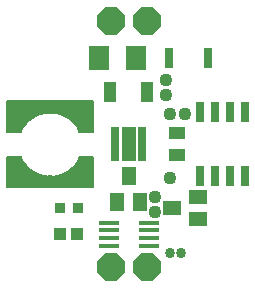
<source format=gts>
G75*
%MOIN*%
%OFA0B0*%
%FSLAX25Y25*%
%IPPOS*%
%LPD*%
%AMOC8*
5,1,8,0,0,1.08239X$1,22.5*
%
%ADD10R,0.05718X0.04143*%
%ADD11R,0.02765X0.06506*%
%ADD12R,0.04537X0.06112*%
%ADD13R,0.02765X0.11624*%
%ADD14R,0.04537X0.11624*%
%ADD15OC8,0.09200*%
%ADD16R,0.05600X0.05600*%
%ADD17C,0.00500*%
%ADD18C,0.00160*%
%ADD19R,0.06899X0.08080*%
%ADD20R,0.04143X0.06899*%
%ADD21R,0.06899X0.01781*%
%ADD22R,0.04340X0.04340*%
%ADD23R,0.03750X0.03750*%
%ADD24R,0.06112X0.04537*%
%ADD25C,0.04362*%
%ADD26C,0.03378*%
D10*
X0140500Y0060510D03*
X0140500Y0067990D03*
D11*
X0148000Y0074880D03*
X0153000Y0074880D03*
X0158000Y0074880D03*
X0163000Y0074880D03*
X0150648Y0093000D03*
X0137852Y0093000D03*
X0148000Y0053620D03*
X0153000Y0053620D03*
X0158000Y0053620D03*
X0163000Y0053620D03*
D12*
X0127990Y0044919D03*
X0120510Y0044919D03*
X0124250Y0053581D03*
D13*
X0119821Y0064250D03*
X0128679Y0064250D03*
D14*
X0124250Y0064250D03*
D15*
X0118250Y0023250D03*
X0130250Y0023250D03*
X0130250Y0105250D03*
X0118250Y0105250D03*
D16*
X0086189Y0076061D03*
X0086189Y0052439D03*
D17*
X0083630Y0049880D02*
X0083630Y0060116D01*
X0088157Y0060116D01*
X0088520Y0058859D01*
X0089074Y0057674D01*
X0089808Y0056590D01*
X0090701Y0055634D01*
X0091733Y0054830D01*
X0092879Y0054197D01*
X0094109Y0053751D01*
X0095394Y0053503D01*
X0096701Y0053459D01*
X0098000Y0053620D01*
X0099306Y0053412D01*
X0100629Y0053420D01*
X0101932Y0053646D01*
X0103181Y0054082D01*
X0104341Y0054717D01*
X0105381Y0055534D01*
X0106273Y0056511D01*
X0106993Y0057621D01*
X0107521Y0058833D01*
X0107843Y0060116D01*
X0112370Y0060116D01*
X0112370Y0049880D01*
X0083630Y0049880D01*
X0083630Y0050158D02*
X0112370Y0050158D01*
X0112370Y0050656D02*
X0083630Y0050656D01*
X0083630Y0051155D02*
X0112370Y0051155D01*
X0112370Y0051653D02*
X0083630Y0051653D01*
X0083630Y0052152D02*
X0112370Y0052152D01*
X0112370Y0052650D02*
X0083630Y0052650D01*
X0083630Y0053149D02*
X0112370Y0053149D01*
X0112370Y0053647D02*
X0101936Y0053647D01*
X0103297Y0054146D02*
X0112370Y0054146D01*
X0112370Y0054644D02*
X0104207Y0054644D01*
X0104882Y0055143D02*
X0112370Y0055143D01*
X0112370Y0055641D02*
X0105478Y0055641D01*
X0105934Y0056140D02*
X0112370Y0056140D01*
X0112370Y0056638D02*
X0106356Y0056638D01*
X0106679Y0057137D02*
X0112370Y0057137D01*
X0112370Y0057635D02*
X0106999Y0057635D01*
X0107216Y0058134D02*
X0112370Y0058134D01*
X0112370Y0058632D02*
X0107433Y0058632D01*
X0107595Y0059131D02*
X0112370Y0059131D01*
X0112370Y0059629D02*
X0107720Y0059629D01*
X0094645Y0053647D02*
X0083630Y0053647D01*
X0083630Y0054146D02*
X0093019Y0054146D01*
X0092069Y0054644D02*
X0083630Y0054644D01*
X0083630Y0055143D02*
X0091331Y0055143D01*
X0090694Y0055641D02*
X0083630Y0055641D01*
X0083630Y0056140D02*
X0090228Y0056140D01*
X0089775Y0056638D02*
X0083630Y0056638D01*
X0083630Y0057137D02*
X0089437Y0057137D01*
X0089100Y0057635D02*
X0083630Y0057635D01*
X0083630Y0058134D02*
X0088859Y0058134D01*
X0088626Y0058632D02*
X0083630Y0058632D01*
X0083630Y0059131D02*
X0088441Y0059131D01*
X0088298Y0059629D02*
X0083630Y0059629D01*
X0083630Y0068384D02*
X0083630Y0078620D01*
X0112370Y0078620D01*
X0112370Y0068384D01*
X0107843Y0068384D01*
X0107480Y0069641D01*
X0106926Y0070826D01*
X0106192Y0071910D01*
X0105299Y0072866D01*
X0104267Y0073670D01*
X0103121Y0074303D01*
X0101891Y0074749D01*
X0100606Y0074997D01*
X0099299Y0075041D01*
X0098000Y0074880D01*
X0096694Y0075088D01*
X0095371Y0075080D01*
X0094068Y0074854D01*
X0092819Y0074418D01*
X0091659Y0073783D01*
X0090619Y0072966D01*
X0089727Y0071989D01*
X0089007Y0070879D01*
X0088479Y0069667D01*
X0088157Y0068384D01*
X0083630Y0068384D01*
X0083630Y0068603D02*
X0088212Y0068603D01*
X0088337Y0069101D02*
X0083630Y0069101D01*
X0083630Y0069600D02*
X0088463Y0069600D01*
X0088667Y0070098D02*
X0083630Y0070098D01*
X0083630Y0070597D02*
X0088884Y0070597D01*
X0089147Y0071095D02*
X0083630Y0071095D01*
X0083630Y0071594D02*
X0089471Y0071594D01*
X0089821Y0072092D02*
X0083630Y0072092D01*
X0083630Y0072591D02*
X0090277Y0072591D01*
X0090777Y0073089D02*
X0083630Y0073089D01*
X0083630Y0073588D02*
X0091411Y0073588D01*
X0092214Y0074086D02*
X0083630Y0074086D01*
X0083630Y0074585D02*
X0093297Y0074585D01*
X0095927Y0075083D02*
X0083630Y0075083D01*
X0083630Y0075582D02*
X0112370Y0075582D01*
X0112370Y0076080D02*
X0083630Y0076080D01*
X0083630Y0076579D02*
X0112370Y0076579D01*
X0112370Y0077077D02*
X0083630Y0077077D01*
X0083630Y0077576D02*
X0112370Y0077576D01*
X0112370Y0078074D02*
X0083630Y0078074D01*
X0083630Y0078573D02*
X0112370Y0078573D01*
X0112370Y0075083D02*
X0096726Y0075083D01*
X0102345Y0074585D02*
X0112370Y0074585D01*
X0112370Y0074086D02*
X0103514Y0074086D01*
X0104373Y0073588D02*
X0112370Y0073588D01*
X0112370Y0073089D02*
X0105012Y0073089D01*
X0105556Y0072591D02*
X0112370Y0072591D01*
X0112370Y0072092D02*
X0106022Y0072092D01*
X0106407Y0071594D02*
X0112370Y0071594D01*
X0112370Y0071095D02*
X0106744Y0071095D01*
X0107033Y0070597D02*
X0112370Y0070597D01*
X0112370Y0070098D02*
X0107266Y0070098D01*
X0107492Y0069600D02*
X0112370Y0069600D01*
X0112370Y0069101D02*
X0107636Y0069101D01*
X0107779Y0068603D02*
X0112370Y0068603D01*
D18*
X0086896Y0059607D02*
X0088223Y0060165D01*
X0088328Y0059927D01*
X0088440Y0059692D01*
X0088556Y0059460D01*
X0088679Y0059231D01*
X0088807Y0059005D01*
X0088941Y0058782D01*
X0089080Y0058562D01*
X0089224Y0058346D01*
X0089374Y0058133D01*
X0089528Y0057924D01*
X0089688Y0057719D01*
X0089853Y0057518D01*
X0090022Y0057321D01*
X0090196Y0057128D01*
X0090375Y0056940D01*
X0090559Y0056756D01*
X0090747Y0056576D01*
X0090939Y0056401D01*
X0091136Y0056231D01*
X0091336Y0056066D01*
X0091541Y0055905D01*
X0091749Y0055750D01*
X0091961Y0055600D01*
X0092177Y0055454D01*
X0092396Y0055315D01*
X0092618Y0055180D01*
X0092844Y0055052D01*
X0093073Y0054928D01*
X0093305Y0054810D01*
X0093539Y0054698D01*
X0093776Y0054592D01*
X0094016Y0054492D01*
X0094258Y0054397D01*
X0094503Y0054308D01*
X0094749Y0054226D01*
X0094997Y0054149D01*
X0095248Y0054079D01*
X0095499Y0054014D01*
X0095753Y0053956D01*
X0096007Y0053904D01*
X0096263Y0053858D01*
X0096520Y0053818D01*
X0096778Y0053785D01*
X0097037Y0053758D01*
X0097296Y0053737D01*
X0097555Y0053723D01*
X0097815Y0053715D01*
X0098075Y0053713D01*
X0098335Y0053718D01*
X0098594Y0053729D01*
X0098854Y0053746D01*
X0099113Y0053770D01*
X0099371Y0053800D01*
X0099628Y0053836D01*
X0099885Y0053878D01*
X0100140Y0053927D01*
X0100394Y0053982D01*
X0100647Y0054043D01*
X0100898Y0054110D01*
X0101147Y0054184D01*
X0101395Y0054263D01*
X0101640Y0054349D01*
X0101883Y0054440D01*
X0102125Y0054537D01*
X0102363Y0054640D01*
X0102599Y0054749D01*
X0102832Y0054864D01*
X0103063Y0054984D01*
X0103290Y0055110D01*
X0103514Y0055242D01*
X0103735Y0055378D01*
X0103953Y0055521D01*
X0104167Y0055668D01*
X0104377Y0055821D01*
X0104584Y0055978D01*
X0104787Y0056141D01*
X0104985Y0056309D01*
X0105180Y0056481D01*
X0105370Y0056658D01*
X0105556Y0056840D01*
X0105738Y0057026D01*
X0105914Y0057217D01*
X0106087Y0057411D01*
X0106254Y0057610D01*
X0106416Y0057813D01*
X0106574Y0058020D01*
X0106726Y0058231D01*
X0106873Y0058445D01*
X0107015Y0058663D01*
X0107151Y0058884D01*
X0107283Y0059108D01*
X0107408Y0059336D01*
X0107528Y0059567D01*
X0107642Y0059800D01*
X0107751Y0060036D01*
X0107854Y0060275D01*
X0109187Y0059732D01*
X0109071Y0059460D01*
X0108948Y0059192D01*
X0108818Y0058927D01*
X0108682Y0058665D01*
X0108540Y0058406D01*
X0108391Y0058151D01*
X0108236Y0057899D01*
X0108075Y0057652D01*
X0107908Y0057408D01*
X0107735Y0057169D01*
X0107557Y0056934D01*
X0107372Y0056703D01*
X0107182Y0056477D01*
X0106987Y0056256D01*
X0106786Y0056039D01*
X0106580Y0055828D01*
X0106369Y0055621D01*
X0106153Y0055420D01*
X0105932Y0055224D01*
X0105707Y0055033D01*
X0105477Y0054848D01*
X0105242Y0054669D01*
X0105003Y0054496D01*
X0104760Y0054328D01*
X0104513Y0054166D01*
X0104262Y0054011D01*
X0104007Y0053861D01*
X0103749Y0053718D01*
X0103487Y0053581D01*
X0103222Y0053451D01*
X0102954Y0053327D01*
X0102683Y0053210D01*
X0102409Y0053099D01*
X0102133Y0052995D01*
X0101854Y0052898D01*
X0101573Y0052808D01*
X0101290Y0052725D01*
X0101005Y0052648D01*
X0100718Y0052579D01*
X0100429Y0052516D01*
X0100139Y0052461D01*
X0099848Y0052413D01*
X0099555Y0052371D01*
X0099262Y0052337D01*
X0098968Y0052311D01*
X0098673Y0052291D01*
X0098378Y0052278D01*
X0098083Y0052273D01*
X0097788Y0052275D01*
X0097493Y0052284D01*
X0097198Y0052301D01*
X0096903Y0052324D01*
X0096610Y0052355D01*
X0096317Y0052393D01*
X0096025Y0052438D01*
X0095734Y0052490D01*
X0095445Y0052549D01*
X0095157Y0052615D01*
X0094871Y0052689D01*
X0094587Y0052769D01*
X0094305Y0052856D01*
X0094025Y0052950D01*
X0093748Y0053051D01*
X0093473Y0053158D01*
X0093200Y0053272D01*
X0092931Y0053393D01*
X0092664Y0053521D01*
X0092401Y0053654D01*
X0092141Y0053795D01*
X0091885Y0053941D01*
X0091632Y0054094D01*
X0091383Y0054253D01*
X0091138Y0054418D01*
X0090898Y0054588D01*
X0090661Y0054765D01*
X0090429Y0054947D01*
X0090201Y0055135D01*
X0089978Y0055329D01*
X0089760Y0055528D01*
X0089546Y0055732D01*
X0089338Y0055941D01*
X0089135Y0056155D01*
X0088937Y0056375D01*
X0088745Y0056599D01*
X0088558Y0056827D01*
X0088376Y0057060D01*
X0088201Y0057298D01*
X0088031Y0057539D01*
X0087867Y0057785D01*
X0087710Y0058035D01*
X0087558Y0058288D01*
X0087413Y0058545D01*
X0087274Y0058806D01*
X0087141Y0059069D01*
X0087015Y0059336D01*
X0086895Y0059606D01*
X0087035Y0059665D01*
X0087153Y0059398D01*
X0087277Y0059135D01*
X0087408Y0058874D01*
X0087546Y0058617D01*
X0087689Y0058363D01*
X0087839Y0058113D01*
X0087994Y0057866D01*
X0088156Y0057624D01*
X0088324Y0057385D01*
X0088497Y0057151D01*
X0088676Y0056921D01*
X0088861Y0056695D01*
X0089051Y0056474D01*
X0089246Y0056257D01*
X0089447Y0056046D01*
X0089652Y0055839D01*
X0089863Y0055638D01*
X0090079Y0055441D01*
X0090299Y0055250D01*
X0090524Y0055065D01*
X0090753Y0054885D01*
X0090987Y0054710D01*
X0091225Y0054542D01*
X0091467Y0054379D01*
X0091712Y0054222D01*
X0091962Y0054071D01*
X0092215Y0053926D01*
X0092472Y0053788D01*
X0092732Y0053656D01*
X0092995Y0053530D01*
X0093261Y0053411D01*
X0093530Y0053298D01*
X0093801Y0053192D01*
X0094075Y0053092D01*
X0094352Y0053000D01*
X0094630Y0052914D01*
X0094911Y0052834D01*
X0095193Y0052762D01*
X0095477Y0052697D01*
X0095763Y0052638D01*
X0096050Y0052587D01*
X0096338Y0052542D01*
X0096627Y0052505D01*
X0096917Y0052475D01*
X0097208Y0052451D01*
X0097499Y0052435D01*
X0097791Y0052426D01*
X0098082Y0052424D01*
X0098374Y0052429D01*
X0098665Y0052442D01*
X0098956Y0052461D01*
X0099246Y0052488D01*
X0099536Y0052521D01*
X0099825Y0052562D01*
X0100112Y0052610D01*
X0100399Y0052664D01*
X0100684Y0052726D01*
X0100967Y0052794D01*
X0101249Y0052870D01*
X0101528Y0052952D01*
X0101806Y0053041D01*
X0102081Y0053137D01*
X0102354Y0053240D01*
X0102625Y0053349D01*
X0102892Y0053465D01*
X0103157Y0053587D01*
X0103418Y0053716D01*
X0103677Y0053851D01*
X0103932Y0053992D01*
X0104183Y0054140D01*
X0104431Y0054293D01*
X0104675Y0054453D01*
X0104915Y0054618D01*
X0105151Y0054790D01*
X0105383Y0054967D01*
X0105610Y0055149D01*
X0105833Y0055338D01*
X0106051Y0055531D01*
X0106264Y0055730D01*
X0106473Y0055934D01*
X0106676Y0056143D01*
X0106874Y0056356D01*
X0107067Y0056575D01*
X0107255Y0056798D01*
X0107437Y0057026D01*
X0107613Y0057258D01*
X0107784Y0057495D01*
X0107949Y0057735D01*
X0108108Y0057979D01*
X0108261Y0058228D01*
X0108408Y0058480D01*
X0108548Y0058735D01*
X0108683Y0058994D01*
X0108811Y0059256D01*
X0108932Y0059521D01*
X0109048Y0059789D01*
X0108908Y0059846D01*
X0108794Y0059581D01*
X0108674Y0059319D01*
X0108548Y0059061D01*
X0108415Y0058805D01*
X0108276Y0058553D01*
X0108131Y0058305D01*
X0107980Y0058060D01*
X0107823Y0057818D01*
X0107660Y0057581D01*
X0107492Y0057347D01*
X0107317Y0057118D01*
X0107138Y0056893D01*
X0106952Y0056673D01*
X0106762Y0056457D01*
X0106566Y0056246D01*
X0106365Y0056040D01*
X0106160Y0055839D01*
X0105949Y0055642D01*
X0105734Y0055451D01*
X0105514Y0055266D01*
X0105289Y0055085D01*
X0105061Y0054911D01*
X0104828Y0054741D01*
X0104591Y0054578D01*
X0104350Y0054420D01*
X0104105Y0054269D01*
X0103857Y0054123D01*
X0103605Y0053984D01*
X0103350Y0053850D01*
X0103092Y0053723D01*
X0102830Y0053603D01*
X0102566Y0053488D01*
X0102299Y0053381D01*
X0102030Y0053279D01*
X0101758Y0053185D01*
X0101484Y0053097D01*
X0101208Y0053015D01*
X0100929Y0052941D01*
X0100650Y0052873D01*
X0100368Y0052812D01*
X0100086Y0052758D01*
X0099802Y0052711D01*
X0099517Y0052671D01*
X0099231Y0052638D01*
X0098944Y0052612D01*
X0098657Y0052592D01*
X0098369Y0052580D01*
X0098081Y0052575D01*
X0097793Y0052577D01*
X0097506Y0052586D01*
X0097218Y0052602D01*
X0096931Y0052625D01*
X0096645Y0052655D01*
X0096360Y0052692D01*
X0096075Y0052736D01*
X0095792Y0052786D01*
X0095510Y0052844D01*
X0095229Y0052909D01*
X0094950Y0052980D01*
X0094673Y0053058D01*
X0094398Y0053143D01*
X0094125Y0053235D01*
X0093855Y0053333D01*
X0093587Y0053438D01*
X0093321Y0053549D01*
X0093058Y0053667D01*
X0092799Y0053791D01*
X0092542Y0053922D01*
X0092289Y0054058D01*
X0092039Y0054201D01*
X0091792Y0054350D01*
X0091550Y0054505D01*
X0091311Y0054665D01*
X0091076Y0054832D01*
X0090845Y0055004D01*
X0090619Y0055182D01*
X0090397Y0055365D01*
X0090179Y0055554D01*
X0089967Y0055748D01*
X0089759Y0055947D01*
X0089556Y0056151D01*
X0089357Y0056359D01*
X0089165Y0056573D01*
X0088977Y0056791D01*
X0088795Y0057014D01*
X0088618Y0057241D01*
X0088447Y0057473D01*
X0088281Y0057708D01*
X0088122Y0057948D01*
X0087968Y0058191D01*
X0087820Y0058438D01*
X0087678Y0058689D01*
X0087543Y0058943D01*
X0087413Y0059200D01*
X0087290Y0059460D01*
X0087174Y0059723D01*
X0087313Y0059782D01*
X0087428Y0059522D01*
X0087550Y0059265D01*
X0087677Y0059011D01*
X0087811Y0058761D01*
X0087951Y0058513D01*
X0088097Y0058270D01*
X0088249Y0058029D01*
X0088406Y0057793D01*
X0088570Y0057560D01*
X0088739Y0057332D01*
X0088913Y0057108D01*
X0089093Y0056888D01*
X0089278Y0056672D01*
X0089469Y0056461D01*
X0089664Y0056255D01*
X0089865Y0056054D01*
X0090070Y0055858D01*
X0090280Y0055666D01*
X0090495Y0055480D01*
X0090714Y0055299D01*
X0090938Y0055124D01*
X0091165Y0054954D01*
X0091397Y0054789D01*
X0091633Y0054631D01*
X0091873Y0054478D01*
X0092116Y0054331D01*
X0092362Y0054190D01*
X0092613Y0054055D01*
X0092866Y0053926D01*
X0093122Y0053804D01*
X0093382Y0053688D01*
X0093644Y0053578D01*
X0093908Y0053474D01*
X0094175Y0053377D01*
X0094445Y0053287D01*
X0094716Y0053203D01*
X0094990Y0053126D01*
X0095265Y0053055D01*
X0095542Y0052992D01*
X0095820Y0052935D01*
X0096100Y0052885D01*
X0096381Y0052841D01*
X0096663Y0052805D01*
X0096945Y0052775D01*
X0097229Y0052753D01*
X0097512Y0052737D01*
X0097796Y0052728D01*
X0098080Y0052726D01*
X0098365Y0052731D01*
X0098648Y0052743D01*
X0098932Y0052762D01*
X0099215Y0052788D01*
X0099497Y0052821D01*
X0099779Y0052860D01*
X0100059Y0052907D01*
X0100338Y0052960D01*
X0100616Y0053020D01*
X0100892Y0053087D01*
X0101166Y0053161D01*
X0101439Y0053241D01*
X0101710Y0053328D01*
X0101978Y0053421D01*
X0102244Y0053521D01*
X0102507Y0053628D01*
X0102768Y0053740D01*
X0103026Y0053859D01*
X0103281Y0053985D01*
X0103533Y0054116D01*
X0103782Y0054254D01*
X0104027Y0054398D01*
X0104268Y0054548D01*
X0104506Y0054703D01*
X0104740Y0054864D01*
X0104970Y0055031D01*
X0105196Y0055204D01*
X0105417Y0055382D01*
X0105634Y0055565D01*
X0105847Y0055754D01*
X0106055Y0055947D01*
X0106258Y0056146D01*
X0106456Y0056350D01*
X0106650Y0056558D01*
X0106838Y0056771D01*
X0107020Y0056989D01*
X0107198Y0057210D01*
X0107370Y0057437D01*
X0107536Y0057667D01*
X0107697Y0057901D01*
X0107852Y0058140D01*
X0108001Y0058381D01*
X0108144Y0058627D01*
X0108281Y0058876D01*
X0108412Y0059128D01*
X0108537Y0059383D01*
X0108656Y0059641D01*
X0108768Y0059903D01*
X0108628Y0059960D01*
X0108517Y0059702D01*
X0108400Y0059447D01*
X0108277Y0059195D01*
X0108148Y0058946D01*
X0108012Y0058701D01*
X0107871Y0058458D01*
X0107724Y0058220D01*
X0107571Y0057985D01*
X0107412Y0057753D01*
X0107248Y0057526D01*
X0107078Y0057303D01*
X0106903Y0057084D01*
X0106723Y0056869D01*
X0106537Y0056659D01*
X0106346Y0056453D01*
X0106151Y0056252D01*
X0105950Y0056056D01*
X0105745Y0055865D01*
X0105535Y0055679D01*
X0105321Y0055498D01*
X0105102Y0055322D01*
X0104879Y0055152D01*
X0104652Y0054987D01*
X0104421Y0054828D01*
X0104187Y0054675D01*
X0103948Y0054527D01*
X0103706Y0054385D01*
X0103461Y0054249D01*
X0103212Y0054119D01*
X0102961Y0053996D01*
X0102706Y0053878D01*
X0102449Y0053767D01*
X0102189Y0053662D01*
X0101926Y0053563D01*
X0101661Y0053471D01*
X0101394Y0053385D01*
X0101125Y0053306D01*
X0100854Y0053233D01*
X0100582Y0053167D01*
X0100308Y0053108D01*
X0100032Y0053055D01*
X0099756Y0053010D01*
X0099478Y0052970D01*
X0099199Y0052938D01*
X0098920Y0052913D01*
X0098640Y0052894D01*
X0098360Y0052882D01*
X0098080Y0052877D01*
X0097799Y0052879D01*
X0097519Y0052888D01*
X0097239Y0052903D01*
X0096959Y0052926D01*
X0096680Y0052955D01*
X0096402Y0052991D01*
X0096125Y0053033D01*
X0095849Y0053083D01*
X0095574Y0053139D01*
X0095301Y0053202D01*
X0095029Y0053272D01*
X0094759Y0053348D01*
X0094491Y0053431D01*
X0094225Y0053520D01*
X0093962Y0053615D01*
X0093701Y0053718D01*
X0093442Y0053826D01*
X0093186Y0053941D01*
X0092933Y0054062D01*
X0092683Y0054189D01*
X0092436Y0054322D01*
X0092193Y0054461D01*
X0091953Y0054606D01*
X0091716Y0054757D01*
X0091483Y0054913D01*
X0091255Y0055076D01*
X0091030Y0055243D01*
X0090809Y0055416D01*
X0090593Y0055595D01*
X0090381Y0055779D01*
X0090174Y0055967D01*
X0089971Y0056161D01*
X0089773Y0056360D01*
X0089580Y0056563D01*
X0089392Y0056772D01*
X0089209Y0056984D01*
X0089032Y0057201D01*
X0088859Y0057423D01*
X0088693Y0057648D01*
X0088531Y0057878D01*
X0088376Y0058111D01*
X0088226Y0058348D01*
X0088082Y0058589D01*
X0087944Y0058833D01*
X0087812Y0059080D01*
X0087686Y0059331D01*
X0087566Y0059584D01*
X0087452Y0059841D01*
X0087591Y0059899D01*
X0087704Y0059646D01*
X0087822Y0059396D01*
X0087946Y0059149D01*
X0088077Y0058905D01*
X0088213Y0058664D01*
X0088355Y0058426D01*
X0088503Y0058192D01*
X0088657Y0057962D01*
X0088816Y0057736D01*
X0088980Y0057513D01*
X0089150Y0057295D01*
X0089326Y0057081D01*
X0089506Y0056871D01*
X0089691Y0056665D01*
X0089882Y0056465D01*
X0090077Y0056269D01*
X0090277Y0056077D01*
X0090482Y0055891D01*
X0090691Y0055710D01*
X0090904Y0055534D01*
X0091122Y0055363D01*
X0091344Y0055197D01*
X0091570Y0055037D01*
X0091799Y0054883D01*
X0092033Y0054734D01*
X0092270Y0054591D01*
X0092510Y0054454D01*
X0092753Y0054322D01*
X0093000Y0054197D01*
X0093250Y0054078D01*
X0093502Y0053964D01*
X0093758Y0053857D01*
X0094015Y0053757D01*
X0094275Y0053662D01*
X0094538Y0053574D01*
X0094802Y0053493D01*
X0095069Y0053417D01*
X0095337Y0053349D01*
X0095606Y0053287D01*
X0095878Y0053231D01*
X0096150Y0053182D01*
X0096423Y0053140D01*
X0096698Y0053105D01*
X0096973Y0053076D01*
X0097249Y0053054D01*
X0097525Y0053039D01*
X0097802Y0053030D01*
X0098079Y0053028D01*
X0098355Y0053033D01*
X0098632Y0053045D01*
X0098908Y0053063D01*
X0099184Y0053088D01*
X0099459Y0053120D01*
X0099733Y0053159D01*
X0100006Y0053204D01*
X0100277Y0053256D01*
X0100548Y0053314D01*
X0100817Y0053380D01*
X0101084Y0053451D01*
X0101350Y0053529D01*
X0101613Y0053614D01*
X0101875Y0053705D01*
X0102134Y0053802D01*
X0102390Y0053906D01*
X0102644Y0054016D01*
X0102895Y0054132D01*
X0103144Y0054254D01*
X0103389Y0054382D01*
X0103631Y0054516D01*
X0103870Y0054656D01*
X0104105Y0054802D01*
X0104337Y0054953D01*
X0104565Y0055110D01*
X0104789Y0055273D01*
X0105009Y0055441D01*
X0105224Y0055614D01*
X0105436Y0055793D01*
X0105643Y0055976D01*
X0105845Y0056165D01*
X0106043Y0056358D01*
X0106236Y0056557D01*
X0106425Y0056759D01*
X0106608Y0056967D01*
X0106786Y0057179D01*
X0106959Y0057395D01*
X0107126Y0057615D01*
X0107288Y0057840D01*
X0107445Y0058068D01*
X0107596Y0058300D01*
X0107741Y0058535D01*
X0107881Y0058774D01*
X0108014Y0059017D01*
X0108142Y0059262D01*
X0108263Y0059511D01*
X0108379Y0059762D01*
X0108488Y0060016D01*
X0108348Y0060073D01*
X0108240Y0059823D01*
X0108126Y0059575D01*
X0108006Y0059329D01*
X0107881Y0059087D01*
X0107749Y0058848D01*
X0107611Y0058612D01*
X0107468Y0058380D01*
X0107319Y0058151D01*
X0107164Y0057926D01*
X0107004Y0057704D01*
X0106839Y0057487D01*
X0106669Y0057274D01*
X0106493Y0057065D01*
X0106312Y0056860D01*
X0106126Y0056660D01*
X0105936Y0056464D01*
X0105741Y0056274D01*
X0105541Y0056088D01*
X0105337Y0055906D01*
X0105128Y0055730D01*
X0104915Y0055559D01*
X0104698Y0055394D01*
X0104477Y0055233D01*
X0104252Y0055078D01*
X0104024Y0054929D01*
X0103792Y0054785D01*
X0103556Y0054647D01*
X0103317Y0054515D01*
X0103075Y0054388D01*
X0102830Y0054268D01*
X0102582Y0054153D01*
X0102332Y0054045D01*
X0102078Y0053943D01*
X0101823Y0053847D01*
X0101565Y0053757D01*
X0101305Y0053674D01*
X0101043Y0053596D01*
X0100779Y0053526D01*
X0100514Y0053462D01*
X0100247Y0053404D01*
X0099979Y0053353D01*
X0099710Y0053308D01*
X0099439Y0053270D01*
X0099168Y0053239D01*
X0098896Y0053214D01*
X0098624Y0053196D01*
X0098351Y0053184D01*
X0098078Y0053179D01*
X0097805Y0053181D01*
X0097532Y0053189D01*
X0097259Y0053205D01*
X0096987Y0053226D01*
X0096716Y0053255D01*
X0096445Y0053290D01*
X0096175Y0053331D01*
X0095906Y0053379D01*
X0095639Y0053434D01*
X0095373Y0053495D01*
X0095108Y0053563D01*
X0094845Y0053637D01*
X0094584Y0053718D01*
X0094326Y0053805D01*
X0094069Y0053898D01*
X0093815Y0053997D01*
X0093563Y0054103D01*
X0093314Y0054214D01*
X0093067Y0054332D01*
X0092824Y0054456D01*
X0092584Y0054585D01*
X0092346Y0054721D01*
X0092113Y0054862D01*
X0091883Y0055009D01*
X0091656Y0055161D01*
X0091433Y0055319D01*
X0091214Y0055482D01*
X0091000Y0055651D01*
X0090789Y0055825D01*
X0090583Y0056003D01*
X0090381Y0056187D01*
X0090183Y0056376D01*
X0089991Y0056569D01*
X0089803Y0056768D01*
X0089620Y0056970D01*
X0089442Y0057177D01*
X0089269Y0057388D01*
X0089101Y0057604D01*
X0088939Y0057823D01*
X0088782Y0058047D01*
X0088630Y0058274D01*
X0088484Y0058505D01*
X0088344Y0058739D01*
X0088209Y0058977D01*
X0088081Y0059217D01*
X0087958Y0059461D01*
X0087841Y0059708D01*
X0087731Y0059958D01*
X0087870Y0060016D01*
X0087979Y0059770D01*
X0088094Y0059527D01*
X0088215Y0059286D01*
X0088342Y0059048D01*
X0088475Y0058814D01*
X0088613Y0058583D01*
X0088757Y0058355D01*
X0088907Y0058131D01*
X0089062Y0057911D01*
X0089222Y0057694D01*
X0089387Y0057482D01*
X0089558Y0057274D01*
X0089734Y0057069D01*
X0089914Y0056870D01*
X0090099Y0056674D01*
X0090290Y0056483D01*
X0090484Y0056297D01*
X0090683Y0056116D01*
X0090887Y0055940D01*
X0091095Y0055768D01*
X0091307Y0055602D01*
X0091523Y0055441D01*
X0091742Y0055285D01*
X0091966Y0055135D01*
X0092193Y0054990D01*
X0092423Y0054851D01*
X0092657Y0054717D01*
X0092894Y0054589D01*
X0093134Y0054467D01*
X0093377Y0054351D01*
X0093623Y0054241D01*
X0093872Y0054137D01*
X0094122Y0054039D01*
X0094376Y0053947D01*
X0094631Y0053861D01*
X0094888Y0053782D01*
X0095148Y0053709D01*
X0095408Y0053642D01*
X0095671Y0053582D01*
X0095935Y0053528D01*
X0096200Y0053480D01*
X0096466Y0053439D01*
X0096733Y0053405D01*
X0097001Y0053377D01*
X0097270Y0053355D01*
X0097538Y0053340D01*
X0097808Y0053332D01*
X0098077Y0053330D01*
X0098346Y0053335D01*
X0098615Y0053346D01*
X0098884Y0053364D01*
X0099152Y0053389D01*
X0099420Y0053420D01*
X0099687Y0053457D01*
X0099952Y0053501D01*
X0100217Y0053552D01*
X0100480Y0053609D01*
X0100742Y0053672D01*
X0101002Y0053742D01*
X0101260Y0053818D01*
X0101517Y0053900D01*
X0101771Y0053989D01*
X0102023Y0054083D01*
X0102273Y0054184D01*
X0102520Y0054291D01*
X0102765Y0054404D01*
X0103007Y0054523D01*
X0103245Y0054648D01*
X0103481Y0054778D01*
X0103713Y0054914D01*
X0103942Y0055056D01*
X0104168Y0055203D01*
X0104389Y0055356D01*
X0104607Y0055514D01*
X0104821Y0055678D01*
X0105031Y0055846D01*
X0105237Y0056020D01*
X0105439Y0056199D01*
X0105636Y0056382D01*
X0105829Y0056571D01*
X0106016Y0056764D01*
X0106200Y0056961D01*
X0106378Y0057163D01*
X0106551Y0057369D01*
X0106720Y0057579D01*
X0106883Y0057794D01*
X0107040Y0058012D01*
X0107193Y0058234D01*
X0107340Y0058460D01*
X0107481Y0058689D01*
X0107617Y0058922D01*
X0107747Y0059157D01*
X0107871Y0059396D01*
X0107990Y0059638D01*
X0108102Y0059883D01*
X0108209Y0060130D01*
X0108069Y0060187D01*
X0107964Y0059943D01*
X0107853Y0059702D01*
X0107736Y0059464D01*
X0107613Y0059228D01*
X0107485Y0058995D01*
X0107351Y0058766D01*
X0107212Y0058540D01*
X0107067Y0058317D01*
X0106916Y0058098D01*
X0106761Y0057883D01*
X0106600Y0057672D01*
X0106434Y0057464D01*
X0106263Y0057261D01*
X0106087Y0057062D01*
X0105907Y0056867D01*
X0105721Y0056677D01*
X0105531Y0056491D01*
X0105337Y0056310D01*
X0105138Y0056134D01*
X0104935Y0055963D01*
X0104728Y0055796D01*
X0104517Y0055635D01*
X0104302Y0055479D01*
X0104083Y0055328D01*
X0103861Y0055183D01*
X0103635Y0055043D01*
X0103406Y0054909D01*
X0103173Y0054780D01*
X0102938Y0054657D01*
X0102699Y0054540D01*
X0102458Y0054429D01*
X0102215Y0054323D01*
X0101968Y0054224D01*
X0101720Y0054131D01*
X0101469Y0054043D01*
X0101216Y0053962D01*
X0100961Y0053887D01*
X0100704Y0053818D01*
X0100446Y0053756D01*
X0100187Y0053700D01*
X0099926Y0053650D01*
X0099664Y0053607D01*
X0099401Y0053570D01*
X0099137Y0053539D01*
X0098872Y0053515D01*
X0098607Y0053497D01*
X0098342Y0053486D01*
X0098076Y0053481D01*
X0097811Y0053483D01*
X0097545Y0053491D01*
X0097280Y0053506D01*
X0097015Y0053527D01*
X0096751Y0053555D01*
X0096487Y0053589D01*
X0096225Y0053629D01*
X0095963Y0053676D01*
X0095703Y0053729D01*
X0095444Y0053789D01*
X0095187Y0053855D01*
X0094931Y0053927D01*
X0094678Y0054005D01*
X0094426Y0054090D01*
X0094176Y0054180D01*
X0093929Y0054277D01*
X0093684Y0054380D01*
X0093441Y0054488D01*
X0093202Y0054603D01*
X0092965Y0054723D01*
X0092731Y0054849D01*
X0092500Y0054981D01*
X0092273Y0055118D01*
X0092049Y0055261D01*
X0091829Y0055409D01*
X0091612Y0055563D01*
X0091399Y0055721D01*
X0091190Y0055885D01*
X0090985Y0056054D01*
X0090784Y0056228D01*
X0090588Y0056407D01*
X0090396Y0056591D01*
X0090208Y0056779D01*
X0090025Y0056972D01*
X0089847Y0057169D01*
X0089674Y0057370D01*
X0089506Y0057576D01*
X0089343Y0057785D01*
X0089185Y0057999D01*
X0089032Y0058216D01*
X0088884Y0058437D01*
X0088742Y0058661D01*
X0088606Y0058889D01*
X0088475Y0059120D01*
X0088350Y0059355D01*
X0088230Y0059592D01*
X0088117Y0059832D01*
X0088009Y0060075D01*
X0088148Y0060133D01*
X0088254Y0059894D01*
X0088366Y0059657D01*
X0088484Y0059423D01*
X0088608Y0059192D01*
X0088737Y0058964D01*
X0088871Y0058740D01*
X0089012Y0058518D01*
X0089157Y0058300D01*
X0089308Y0058086D01*
X0089463Y0057876D01*
X0089624Y0057669D01*
X0089790Y0057466D01*
X0089961Y0057268D01*
X0090137Y0057074D01*
X0090317Y0056884D01*
X0090502Y0056698D01*
X0090691Y0056517D01*
X0090885Y0056341D01*
X0091083Y0056169D01*
X0091285Y0056003D01*
X0091491Y0055841D01*
X0091701Y0055684D01*
X0091915Y0055533D01*
X0092132Y0055387D01*
X0092353Y0055246D01*
X0092577Y0055111D01*
X0092805Y0054981D01*
X0093035Y0054857D01*
X0093269Y0054738D01*
X0093505Y0054625D01*
X0093744Y0054518D01*
X0093986Y0054417D01*
X0094230Y0054321D01*
X0094476Y0054232D01*
X0094724Y0054149D01*
X0094974Y0054071D01*
X0095226Y0054000D01*
X0095480Y0053935D01*
X0095735Y0053877D01*
X0095992Y0053824D01*
X0096250Y0053778D01*
X0096509Y0053738D01*
X0096769Y0053705D01*
X0097029Y0053677D01*
X0097290Y0053656D01*
X0097552Y0053642D01*
X0097813Y0053634D01*
X0098075Y0053632D01*
X0098337Y0053637D01*
X0098599Y0053648D01*
X0098860Y0053665D01*
X0099121Y0053689D01*
X0099381Y0053719D01*
X0099641Y0053756D01*
X0099899Y0053799D01*
X0100156Y0053848D01*
X0100412Y0053903D01*
X0100667Y0053965D01*
X0100920Y0054032D01*
X0101171Y0054106D01*
X0101421Y0054186D01*
X0101668Y0054272D01*
X0101913Y0054365D01*
X0102156Y0054463D01*
X0102396Y0054567D01*
X0102634Y0054676D01*
X0102869Y0054792D01*
X0103101Y0054913D01*
X0103331Y0055040D01*
X0103556Y0055172D01*
X0103779Y0055310D01*
X0103998Y0055454D01*
X0104214Y0055602D01*
X0104426Y0055756D01*
X0104634Y0055915D01*
X0104839Y0056079D01*
X0105039Y0056248D01*
X0105235Y0056421D01*
X0105426Y0056600D01*
X0105614Y0056783D01*
X0105797Y0056971D01*
X0105975Y0057163D01*
X0106148Y0057359D01*
X0106317Y0057559D01*
X0106480Y0057764D01*
X0106639Y0057972D01*
X0106792Y0058184D01*
X0106941Y0058400D01*
X0107084Y0058620D01*
X0107221Y0058843D01*
X0107353Y0059069D01*
X0107480Y0059298D01*
X0107601Y0059531D01*
X0107716Y0059766D01*
X0107825Y0060004D01*
X0107929Y0060244D01*
X0109104Y0068893D02*
X0107777Y0068335D01*
X0107672Y0068573D01*
X0107560Y0068808D01*
X0107444Y0069040D01*
X0107321Y0069269D01*
X0107193Y0069495D01*
X0107059Y0069718D01*
X0106920Y0069938D01*
X0106776Y0070154D01*
X0106626Y0070367D01*
X0106472Y0070576D01*
X0106312Y0070781D01*
X0106147Y0070982D01*
X0105978Y0071179D01*
X0105804Y0071372D01*
X0105625Y0071560D01*
X0105441Y0071744D01*
X0105253Y0071924D01*
X0105061Y0072099D01*
X0104864Y0072269D01*
X0104664Y0072434D01*
X0104459Y0072595D01*
X0104251Y0072750D01*
X0104039Y0072900D01*
X0103823Y0073046D01*
X0103604Y0073185D01*
X0103382Y0073320D01*
X0103156Y0073448D01*
X0102927Y0073572D01*
X0102695Y0073690D01*
X0102461Y0073802D01*
X0102224Y0073908D01*
X0101984Y0074008D01*
X0101742Y0074103D01*
X0101497Y0074192D01*
X0101251Y0074274D01*
X0101003Y0074351D01*
X0100752Y0074421D01*
X0100501Y0074486D01*
X0100247Y0074544D01*
X0099993Y0074596D01*
X0099737Y0074642D01*
X0099480Y0074682D01*
X0099222Y0074715D01*
X0098963Y0074742D01*
X0098704Y0074763D01*
X0098445Y0074777D01*
X0098185Y0074785D01*
X0097925Y0074787D01*
X0097665Y0074782D01*
X0097406Y0074771D01*
X0097146Y0074754D01*
X0096887Y0074730D01*
X0096629Y0074700D01*
X0096372Y0074664D01*
X0096115Y0074622D01*
X0095860Y0074573D01*
X0095606Y0074518D01*
X0095353Y0074457D01*
X0095102Y0074390D01*
X0094853Y0074316D01*
X0094605Y0074237D01*
X0094360Y0074151D01*
X0094117Y0074060D01*
X0093875Y0073963D01*
X0093637Y0073860D01*
X0093401Y0073751D01*
X0093168Y0073636D01*
X0092937Y0073516D01*
X0092710Y0073390D01*
X0092486Y0073258D01*
X0092265Y0073122D01*
X0092047Y0072979D01*
X0091833Y0072832D01*
X0091623Y0072679D01*
X0091416Y0072522D01*
X0091213Y0072359D01*
X0091015Y0072191D01*
X0090820Y0072019D01*
X0090630Y0071842D01*
X0090444Y0071660D01*
X0090262Y0071474D01*
X0090086Y0071283D01*
X0089913Y0071089D01*
X0089746Y0070890D01*
X0089584Y0070687D01*
X0089426Y0070480D01*
X0089274Y0070269D01*
X0089127Y0070055D01*
X0088985Y0069837D01*
X0088849Y0069616D01*
X0088717Y0069392D01*
X0088592Y0069164D01*
X0088472Y0068933D01*
X0088358Y0068700D01*
X0088249Y0068464D01*
X0088146Y0068225D01*
X0086813Y0068768D01*
X0086929Y0069040D01*
X0087052Y0069308D01*
X0087182Y0069573D01*
X0087318Y0069835D01*
X0087460Y0070094D01*
X0087609Y0070349D01*
X0087764Y0070601D01*
X0087925Y0070848D01*
X0088092Y0071092D01*
X0088265Y0071331D01*
X0088443Y0071566D01*
X0088628Y0071797D01*
X0088818Y0072023D01*
X0089013Y0072244D01*
X0089214Y0072461D01*
X0089420Y0072672D01*
X0089631Y0072879D01*
X0089847Y0073080D01*
X0090068Y0073276D01*
X0090293Y0073467D01*
X0090523Y0073652D01*
X0090758Y0073831D01*
X0090997Y0074004D01*
X0091240Y0074172D01*
X0091487Y0074334D01*
X0091738Y0074489D01*
X0091993Y0074639D01*
X0092251Y0074782D01*
X0092513Y0074919D01*
X0092778Y0075049D01*
X0093046Y0075173D01*
X0093317Y0075290D01*
X0093591Y0075401D01*
X0093867Y0075505D01*
X0094146Y0075602D01*
X0094427Y0075692D01*
X0094710Y0075775D01*
X0094995Y0075852D01*
X0095282Y0075921D01*
X0095571Y0075984D01*
X0095861Y0076039D01*
X0096152Y0076087D01*
X0096445Y0076129D01*
X0096738Y0076163D01*
X0097032Y0076189D01*
X0097327Y0076209D01*
X0097622Y0076222D01*
X0097917Y0076227D01*
X0098212Y0076225D01*
X0098507Y0076216D01*
X0098802Y0076199D01*
X0099097Y0076176D01*
X0099390Y0076145D01*
X0099683Y0076107D01*
X0099975Y0076062D01*
X0100266Y0076010D01*
X0100555Y0075951D01*
X0100843Y0075885D01*
X0101129Y0075811D01*
X0101413Y0075731D01*
X0101695Y0075644D01*
X0101975Y0075550D01*
X0102252Y0075449D01*
X0102527Y0075342D01*
X0102800Y0075228D01*
X0103069Y0075107D01*
X0103336Y0074979D01*
X0103599Y0074846D01*
X0103859Y0074705D01*
X0104115Y0074559D01*
X0104368Y0074406D01*
X0104617Y0074247D01*
X0104862Y0074082D01*
X0105102Y0073912D01*
X0105339Y0073735D01*
X0105571Y0073553D01*
X0105799Y0073365D01*
X0106022Y0073171D01*
X0106240Y0072972D01*
X0106454Y0072768D01*
X0106662Y0072559D01*
X0106865Y0072345D01*
X0107063Y0072125D01*
X0107255Y0071901D01*
X0107442Y0071673D01*
X0107624Y0071440D01*
X0107799Y0071202D01*
X0107969Y0070961D01*
X0108133Y0070715D01*
X0108290Y0070465D01*
X0108442Y0070212D01*
X0108587Y0069955D01*
X0108726Y0069694D01*
X0108859Y0069431D01*
X0108985Y0069164D01*
X0109105Y0068894D01*
X0108965Y0068835D01*
X0108847Y0069102D01*
X0108723Y0069365D01*
X0108592Y0069626D01*
X0108454Y0069883D01*
X0108311Y0070137D01*
X0108161Y0070387D01*
X0108006Y0070634D01*
X0107844Y0070876D01*
X0107676Y0071115D01*
X0107503Y0071349D01*
X0107324Y0071579D01*
X0107139Y0071805D01*
X0106949Y0072026D01*
X0106754Y0072243D01*
X0106553Y0072454D01*
X0106348Y0072661D01*
X0106137Y0072862D01*
X0105921Y0073059D01*
X0105701Y0073250D01*
X0105476Y0073435D01*
X0105247Y0073615D01*
X0105013Y0073790D01*
X0104775Y0073958D01*
X0104533Y0074121D01*
X0104288Y0074278D01*
X0104038Y0074429D01*
X0103785Y0074574D01*
X0103528Y0074712D01*
X0103268Y0074844D01*
X0103005Y0074970D01*
X0102739Y0075089D01*
X0102470Y0075202D01*
X0102199Y0075308D01*
X0101925Y0075408D01*
X0101648Y0075500D01*
X0101370Y0075586D01*
X0101089Y0075666D01*
X0100807Y0075738D01*
X0100523Y0075803D01*
X0100237Y0075862D01*
X0099950Y0075913D01*
X0099662Y0075958D01*
X0099373Y0075995D01*
X0099083Y0076025D01*
X0098792Y0076049D01*
X0098501Y0076065D01*
X0098209Y0076074D01*
X0097918Y0076076D01*
X0097626Y0076071D01*
X0097335Y0076058D01*
X0097044Y0076039D01*
X0096754Y0076012D01*
X0096464Y0075979D01*
X0096175Y0075938D01*
X0095888Y0075890D01*
X0095601Y0075836D01*
X0095316Y0075774D01*
X0095033Y0075706D01*
X0094751Y0075630D01*
X0094472Y0075548D01*
X0094194Y0075459D01*
X0093919Y0075363D01*
X0093646Y0075260D01*
X0093375Y0075151D01*
X0093108Y0075035D01*
X0092843Y0074913D01*
X0092582Y0074784D01*
X0092323Y0074649D01*
X0092068Y0074508D01*
X0091817Y0074360D01*
X0091569Y0074207D01*
X0091325Y0074047D01*
X0091085Y0073882D01*
X0090849Y0073710D01*
X0090617Y0073533D01*
X0090390Y0073351D01*
X0090167Y0073162D01*
X0089949Y0072969D01*
X0089736Y0072770D01*
X0089527Y0072566D01*
X0089324Y0072357D01*
X0089126Y0072144D01*
X0088933Y0071925D01*
X0088745Y0071702D01*
X0088563Y0071474D01*
X0088387Y0071242D01*
X0088216Y0071005D01*
X0088051Y0070765D01*
X0087892Y0070521D01*
X0087739Y0070272D01*
X0087592Y0070020D01*
X0087452Y0069765D01*
X0087317Y0069506D01*
X0087189Y0069244D01*
X0087068Y0068979D01*
X0086952Y0068711D01*
X0087092Y0068654D01*
X0087206Y0068919D01*
X0087326Y0069181D01*
X0087452Y0069439D01*
X0087585Y0069695D01*
X0087724Y0069947D01*
X0087869Y0070195D01*
X0088020Y0070440D01*
X0088177Y0070682D01*
X0088340Y0070919D01*
X0088508Y0071153D01*
X0088683Y0071382D01*
X0088862Y0071607D01*
X0089048Y0071827D01*
X0089238Y0072043D01*
X0089434Y0072254D01*
X0089635Y0072460D01*
X0089840Y0072661D01*
X0090051Y0072858D01*
X0090266Y0073049D01*
X0090486Y0073234D01*
X0090711Y0073415D01*
X0090939Y0073589D01*
X0091172Y0073759D01*
X0091409Y0073922D01*
X0091650Y0074080D01*
X0091895Y0074231D01*
X0092143Y0074377D01*
X0092395Y0074516D01*
X0092650Y0074650D01*
X0092908Y0074777D01*
X0093170Y0074897D01*
X0093434Y0075012D01*
X0093701Y0075119D01*
X0093970Y0075221D01*
X0094242Y0075315D01*
X0094516Y0075403D01*
X0094792Y0075485D01*
X0095071Y0075559D01*
X0095350Y0075627D01*
X0095632Y0075688D01*
X0095914Y0075742D01*
X0096198Y0075789D01*
X0096483Y0075829D01*
X0096769Y0075862D01*
X0097056Y0075888D01*
X0097343Y0075908D01*
X0097631Y0075920D01*
X0097919Y0075925D01*
X0098207Y0075923D01*
X0098494Y0075914D01*
X0098782Y0075898D01*
X0099069Y0075875D01*
X0099355Y0075845D01*
X0099640Y0075808D01*
X0099925Y0075764D01*
X0100208Y0075714D01*
X0100490Y0075656D01*
X0100771Y0075591D01*
X0101050Y0075520D01*
X0101327Y0075442D01*
X0101602Y0075357D01*
X0101875Y0075265D01*
X0102145Y0075167D01*
X0102413Y0075062D01*
X0102679Y0074951D01*
X0102942Y0074833D01*
X0103201Y0074709D01*
X0103458Y0074578D01*
X0103711Y0074442D01*
X0103961Y0074299D01*
X0104208Y0074150D01*
X0104450Y0073995D01*
X0104689Y0073835D01*
X0104924Y0073668D01*
X0105155Y0073496D01*
X0105381Y0073318D01*
X0105603Y0073135D01*
X0105821Y0072946D01*
X0106033Y0072752D01*
X0106241Y0072553D01*
X0106444Y0072349D01*
X0106643Y0072141D01*
X0106835Y0071927D01*
X0107023Y0071709D01*
X0107205Y0071486D01*
X0107382Y0071259D01*
X0107553Y0071027D01*
X0107719Y0070792D01*
X0107878Y0070552D01*
X0108032Y0070309D01*
X0108180Y0070062D01*
X0108322Y0069811D01*
X0108457Y0069557D01*
X0108587Y0069300D01*
X0108710Y0069040D01*
X0108826Y0068777D01*
X0108687Y0068718D01*
X0108572Y0068978D01*
X0108450Y0069235D01*
X0108323Y0069489D01*
X0108189Y0069739D01*
X0108049Y0069987D01*
X0107903Y0070230D01*
X0107751Y0070471D01*
X0107594Y0070707D01*
X0107430Y0070940D01*
X0107261Y0071168D01*
X0107087Y0071392D01*
X0106907Y0071612D01*
X0106722Y0071828D01*
X0106531Y0072039D01*
X0106336Y0072245D01*
X0106135Y0072446D01*
X0105930Y0072642D01*
X0105720Y0072834D01*
X0105505Y0073020D01*
X0105286Y0073201D01*
X0105062Y0073376D01*
X0104835Y0073546D01*
X0104603Y0073711D01*
X0104367Y0073869D01*
X0104127Y0074022D01*
X0103884Y0074169D01*
X0103638Y0074310D01*
X0103387Y0074445D01*
X0103134Y0074574D01*
X0102878Y0074696D01*
X0102618Y0074812D01*
X0102356Y0074922D01*
X0102092Y0075026D01*
X0101825Y0075123D01*
X0101555Y0075213D01*
X0101284Y0075297D01*
X0101010Y0075374D01*
X0100735Y0075445D01*
X0100458Y0075508D01*
X0100180Y0075565D01*
X0099900Y0075615D01*
X0099619Y0075659D01*
X0099337Y0075695D01*
X0099055Y0075725D01*
X0098771Y0075747D01*
X0098488Y0075763D01*
X0098204Y0075772D01*
X0097920Y0075774D01*
X0097635Y0075769D01*
X0097352Y0075757D01*
X0097068Y0075738D01*
X0096785Y0075712D01*
X0096503Y0075679D01*
X0096221Y0075640D01*
X0095941Y0075593D01*
X0095662Y0075540D01*
X0095384Y0075480D01*
X0095108Y0075413D01*
X0094834Y0075339D01*
X0094561Y0075259D01*
X0094290Y0075172D01*
X0094022Y0075079D01*
X0093756Y0074979D01*
X0093493Y0074872D01*
X0093232Y0074760D01*
X0092974Y0074641D01*
X0092719Y0074515D01*
X0092467Y0074384D01*
X0092218Y0074246D01*
X0091973Y0074102D01*
X0091732Y0073952D01*
X0091494Y0073797D01*
X0091260Y0073636D01*
X0091030Y0073469D01*
X0090804Y0073296D01*
X0090583Y0073118D01*
X0090366Y0072935D01*
X0090153Y0072746D01*
X0089945Y0072553D01*
X0089742Y0072354D01*
X0089544Y0072150D01*
X0089350Y0071942D01*
X0089162Y0071729D01*
X0088980Y0071511D01*
X0088802Y0071290D01*
X0088630Y0071063D01*
X0088464Y0070833D01*
X0088303Y0070599D01*
X0088148Y0070360D01*
X0087999Y0070119D01*
X0087856Y0069873D01*
X0087719Y0069624D01*
X0087588Y0069372D01*
X0087463Y0069117D01*
X0087344Y0068859D01*
X0087232Y0068597D01*
X0087372Y0068540D01*
X0087483Y0068798D01*
X0087600Y0069053D01*
X0087723Y0069305D01*
X0087852Y0069554D01*
X0087988Y0069799D01*
X0088129Y0070042D01*
X0088276Y0070280D01*
X0088429Y0070515D01*
X0088588Y0070747D01*
X0088752Y0070974D01*
X0088922Y0071197D01*
X0089097Y0071416D01*
X0089277Y0071631D01*
X0089463Y0071841D01*
X0089654Y0072047D01*
X0089849Y0072248D01*
X0090050Y0072444D01*
X0090255Y0072635D01*
X0090465Y0072821D01*
X0090679Y0073002D01*
X0090898Y0073178D01*
X0091121Y0073348D01*
X0091348Y0073513D01*
X0091579Y0073672D01*
X0091813Y0073825D01*
X0092052Y0073973D01*
X0092294Y0074115D01*
X0092539Y0074251D01*
X0092788Y0074381D01*
X0093039Y0074504D01*
X0093294Y0074622D01*
X0093551Y0074733D01*
X0093811Y0074838D01*
X0094074Y0074937D01*
X0094339Y0075029D01*
X0094606Y0075115D01*
X0094875Y0075194D01*
X0095146Y0075267D01*
X0095418Y0075333D01*
X0095692Y0075392D01*
X0095968Y0075445D01*
X0096244Y0075490D01*
X0096522Y0075530D01*
X0096801Y0075562D01*
X0097080Y0075587D01*
X0097360Y0075606D01*
X0097640Y0075618D01*
X0097920Y0075623D01*
X0098201Y0075621D01*
X0098481Y0075612D01*
X0098761Y0075597D01*
X0099041Y0075574D01*
X0099320Y0075545D01*
X0099598Y0075509D01*
X0099875Y0075467D01*
X0100151Y0075417D01*
X0100426Y0075361D01*
X0100699Y0075298D01*
X0100971Y0075228D01*
X0101241Y0075152D01*
X0101509Y0075069D01*
X0101775Y0074980D01*
X0102038Y0074885D01*
X0102299Y0074782D01*
X0102558Y0074674D01*
X0102814Y0074559D01*
X0103067Y0074438D01*
X0103317Y0074311D01*
X0103564Y0074178D01*
X0103807Y0074039D01*
X0104047Y0073894D01*
X0104284Y0073743D01*
X0104517Y0073587D01*
X0104745Y0073424D01*
X0104970Y0073257D01*
X0105191Y0073084D01*
X0105407Y0072905D01*
X0105619Y0072721D01*
X0105826Y0072533D01*
X0106029Y0072339D01*
X0106227Y0072140D01*
X0106420Y0071937D01*
X0106608Y0071728D01*
X0106791Y0071516D01*
X0106968Y0071299D01*
X0107141Y0071077D01*
X0107307Y0070852D01*
X0107469Y0070622D01*
X0107624Y0070389D01*
X0107774Y0070152D01*
X0107918Y0069911D01*
X0108056Y0069667D01*
X0108188Y0069420D01*
X0108314Y0069169D01*
X0108434Y0068916D01*
X0108548Y0068659D01*
X0108409Y0068601D01*
X0108296Y0068854D01*
X0108178Y0069104D01*
X0108054Y0069351D01*
X0107923Y0069595D01*
X0107787Y0069836D01*
X0107645Y0070074D01*
X0107497Y0070308D01*
X0107343Y0070538D01*
X0107184Y0070764D01*
X0107020Y0070987D01*
X0106850Y0071205D01*
X0106674Y0071419D01*
X0106494Y0071629D01*
X0106309Y0071835D01*
X0106118Y0072035D01*
X0105923Y0072231D01*
X0105723Y0072423D01*
X0105518Y0072609D01*
X0105309Y0072790D01*
X0105096Y0072966D01*
X0104878Y0073137D01*
X0104656Y0073303D01*
X0104430Y0073463D01*
X0104201Y0073617D01*
X0103967Y0073766D01*
X0103730Y0073909D01*
X0103490Y0074046D01*
X0103247Y0074178D01*
X0103000Y0074303D01*
X0102750Y0074422D01*
X0102498Y0074536D01*
X0102242Y0074643D01*
X0101985Y0074743D01*
X0101725Y0074838D01*
X0101462Y0074926D01*
X0101198Y0075007D01*
X0100931Y0075083D01*
X0100663Y0075151D01*
X0100394Y0075213D01*
X0100122Y0075269D01*
X0099850Y0075318D01*
X0099577Y0075360D01*
X0099302Y0075395D01*
X0099027Y0075424D01*
X0098751Y0075446D01*
X0098475Y0075461D01*
X0098198Y0075470D01*
X0097921Y0075472D01*
X0097645Y0075467D01*
X0097368Y0075455D01*
X0097092Y0075437D01*
X0096816Y0075412D01*
X0096541Y0075380D01*
X0096267Y0075341D01*
X0095994Y0075296D01*
X0095723Y0075244D01*
X0095452Y0075186D01*
X0095183Y0075120D01*
X0094916Y0075049D01*
X0094650Y0074971D01*
X0094387Y0074886D01*
X0094125Y0074795D01*
X0093866Y0074698D01*
X0093610Y0074594D01*
X0093356Y0074484D01*
X0093105Y0074368D01*
X0092856Y0074246D01*
X0092611Y0074118D01*
X0092369Y0073984D01*
X0092130Y0073844D01*
X0091895Y0073698D01*
X0091663Y0073547D01*
X0091435Y0073390D01*
X0091211Y0073227D01*
X0090991Y0073059D01*
X0090776Y0072886D01*
X0090564Y0072707D01*
X0090357Y0072524D01*
X0090155Y0072335D01*
X0089957Y0072142D01*
X0089764Y0071943D01*
X0089575Y0071741D01*
X0089392Y0071533D01*
X0089214Y0071321D01*
X0089041Y0071105D01*
X0088874Y0070885D01*
X0088712Y0070660D01*
X0088555Y0070432D01*
X0088404Y0070200D01*
X0088259Y0069965D01*
X0088119Y0069726D01*
X0087986Y0069483D01*
X0087858Y0069238D01*
X0087737Y0068989D01*
X0087621Y0068738D01*
X0087512Y0068484D01*
X0087652Y0068427D01*
X0087760Y0068677D01*
X0087874Y0068925D01*
X0087994Y0069171D01*
X0088119Y0069413D01*
X0088251Y0069652D01*
X0088389Y0069888D01*
X0088532Y0070120D01*
X0088681Y0070349D01*
X0088836Y0070574D01*
X0088996Y0070796D01*
X0089161Y0071013D01*
X0089331Y0071226D01*
X0089507Y0071435D01*
X0089688Y0071640D01*
X0089874Y0071840D01*
X0090064Y0072036D01*
X0090259Y0072226D01*
X0090459Y0072412D01*
X0090663Y0072594D01*
X0090872Y0072770D01*
X0091085Y0072941D01*
X0091302Y0073106D01*
X0091523Y0073267D01*
X0091748Y0073422D01*
X0091976Y0073571D01*
X0092208Y0073715D01*
X0092444Y0073853D01*
X0092683Y0073985D01*
X0092925Y0074112D01*
X0093170Y0074232D01*
X0093418Y0074347D01*
X0093668Y0074455D01*
X0093922Y0074557D01*
X0094177Y0074653D01*
X0094435Y0074743D01*
X0094695Y0074826D01*
X0094957Y0074904D01*
X0095221Y0074974D01*
X0095486Y0075038D01*
X0095753Y0075096D01*
X0096021Y0075147D01*
X0096290Y0075192D01*
X0096561Y0075230D01*
X0096832Y0075261D01*
X0097104Y0075286D01*
X0097376Y0075304D01*
X0097649Y0075316D01*
X0097922Y0075321D01*
X0098195Y0075319D01*
X0098468Y0075311D01*
X0098741Y0075295D01*
X0099013Y0075274D01*
X0099284Y0075245D01*
X0099555Y0075210D01*
X0099825Y0075169D01*
X0100094Y0075121D01*
X0100361Y0075066D01*
X0100627Y0075005D01*
X0100892Y0074937D01*
X0101155Y0074863D01*
X0101416Y0074782D01*
X0101674Y0074695D01*
X0101931Y0074602D01*
X0102185Y0074503D01*
X0102437Y0074397D01*
X0102686Y0074286D01*
X0102933Y0074168D01*
X0103176Y0074044D01*
X0103416Y0073915D01*
X0103654Y0073779D01*
X0103887Y0073638D01*
X0104117Y0073491D01*
X0104344Y0073339D01*
X0104567Y0073181D01*
X0104786Y0073018D01*
X0105000Y0072849D01*
X0105211Y0072675D01*
X0105417Y0072497D01*
X0105619Y0072313D01*
X0105817Y0072124D01*
X0106009Y0071931D01*
X0106197Y0071732D01*
X0106380Y0071530D01*
X0106558Y0071323D01*
X0106731Y0071112D01*
X0106899Y0070896D01*
X0107061Y0070677D01*
X0107218Y0070453D01*
X0107370Y0070226D01*
X0107516Y0069995D01*
X0107656Y0069761D01*
X0107791Y0069523D01*
X0107919Y0069283D01*
X0108042Y0069039D01*
X0108159Y0068792D01*
X0108269Y0068542D01*
X0108130Y0068484D01*
X0108021Y0068730D01*
X0107906Y0068973D01*
X0107785Y0069214D01*
X0107658Y0069452D01*
X0107525Y0069686D01*
X0107387Y0069917D01*
X0107243Y0070145D01*
X0107093Y0070369D01*
X0106938Y0070589D01*
X0106778Y0070806D01*
X0106613Y0071018D01*
X0106442Y0071226D01*
X0106266Y0071431D01*
X0106086Y0071630D01*
X0105901Y0071826D01*
X0105710Y0072017D01*
X0105516Y0072203D01*
X0105317Y0072384D01*
X0105113Y0072560D01*
X0104905Y0072732D01*
X0104693Y0072898D01*
X0104477Y0073059D01*
X0104258Y0073215D01*
X0104034Y0073365D01*
X0103807Y0073510D01*
X0103577Y0073649D01*
X0103343Y0073783D01*
X0103106Y0073911D01*
X0102866Y0074033D01*
X0102623Y0074149D01*
X0102377Y0074259D01*
X0102128Y0074363D01*
X0101878Y0074461D01*
X0101624Y0074553D01*
X0101369Y0074639D01*
X0101112Y0074718D01*
X0100852Y0074791D01*
X0100592Y0074858D01*
X0100329Y0074918D01*
X0100065Y0074972D01*
X0099800Y0075020D01*
X0099534Y0075061D01*
X0099267Y0075095D01*
X0098999Y0075123D01*
X0098730Y0075145D01*
X0098462Y0075160D01*
X0098192Y0075168D01*
X0097923Y0075170D01*
X0097654Y0075165D01*
X0097385Y0075154D01*
X0097116Y0075136D01*
X0096848Y0075111D01*
X0096580Y0075080D01*
X0096313Y0075043D01*
X0096048Y0074999D01*
X0095783Y0074948D01*
X0095520Y0074891D01*
X0095258Y0074828D01*
X0094998Y0074758D01*
X0094740Y0074682D01*
X0094483Y0074600D01*
X0094229Y0074511D01*
X0093977Y0074417D01*
X0093727Y0074316D01*
X0093480Y0074209D01*
X0093235Y0074096D01*
X0092993Y0073977D01*
X0092755Y0073852D01*
X0092519Y0073722D01*
X0092287Y0073586D01*
X0092058Y0073444D01*
X0091832Y0073297D01*
X0091611Y0073144D01*
X0091393Y0072986D01*
X0091179Y0072822D01*
X0090969Y0072654D01*
X0090763Y0072480D01*
X0090561Y0072301D01*
X0090364Y0072118D01*
X0090171Y0071929D01*
X0089984Y0071736D01*
X0089800Y0071539D01*
X0089622Y0071337D01*
X0089449Y0071131D01*
X0089280Y0070921D01*
X0089117Y0070706D01*
X0088960Y0070488D01*
X0088807Y0070266D01*
X0088660Y0070040D01*
X0088519Y0069811D01*
X0088383Y0069578D01*
X0088253Y0069343D01*
X0088129Y0069104D01*
X0088010Y0068862D01*
X0087898Y0068617D01*
X0087791Y0068370D01*
X0087931Y0068313D01*
X0088036Y0068557D01*
X0088147Y0068798D01*
X0088264Y0069036D01*
X0088387Y0069272D01*
X0088515Y0069505D01*
X0088649Y0069734D01*
X0088788Y0069960D01*
X0088933Y0070183D01*
X0089084Y0070402D01*
X0089239Y0070617D01*
X0089400Y0070828D01*
X0089566Y0071036D01*
X0089737Y0071239D01*
X0089913Y0071438D01*
X0090093Y0071633D01*
X0090279Y0071823D01*
X0090469Y0072009D01*
X0090663Y0072190D01*
X0090862Y0072366D01*
X0091065Y0072537D01*
X0091272Y0072704D01*
X0091483Y0072865D01*
X0091698Y0073021D01*
X0091917Y0073172D01*
X0092139Y0073317D01*
X0092365Y0073457D01*
X0092594Y0073591D01*
X0092827Y0073720D01*
X0093062Y0073843D01*
X0093301Y0073960D01*
X0093542Y0074071D01*
X0093785Y0074177D01*
X0094032Y0074276D01*
X0094280Y0074369D01*
X0094531Y0074457D01*
X0094784Y0074538D01*
X0095039Y0074613D01*
X0095296Y0074682D01*
X0095554Y0074744D01*
X0095813Y0074800D01*
X0096074Y0074850D01*
X0096336Y0074893D01*
X0096599Y0074930D01*
X0096863Y0074961D01*
X0097128Y0074985D01*
X0097393Y0075003D01*
X0097658Y0075014D01*
X0097924Y0075019D01*
X0098189Y0075017D01*
X0098455Y0075009D01*
X0098720Y0074994D01*
X0098985Y0074973D01*
X0099249Y0074945D01*
X0099513Y0074911D01*
X0099775Y0074871D01*
X0100037Y0074824D01*
X0100297Y0074771D01*
X0100556Y0074711D01*
X0100813Y0074645D01*
X0101069Y0074573D01*
X0101322Y0074495D01*
X0101574Y0074410D01*
X0101824Y0074320D01*
X0102071Y0074223D01*
X0102316Y0074120D01*
X0102559Y0074012D01*
X0102798Y0073897D01*
X0103035Y0073777D01*
X0103269Y0073651D01*
X0103500Y0073519D01*
X0103727Y0073382D01*
X0103951Y0073239D01*
X0104171Y0073091D01*
X0104388Y0072937D01*
X0104601Y0072779D01*
X0104810Y0072615D01*
X0105015Y0072446D01*
X0105216Y0072272D01*
X0105412Y0072093D01*
X0105604Y0071909D01*
X0105792Y0071721D01*
X0105975Y0071528D01*
X0106153Y0071331D01*
X0106326Y0071130D01*
X0106494Y0070924D01*
X0106657Y0070715D01*
X0106815Y0070501D01*
X0106968Y0070284D01*
X0107116Y0070063D01*
X0107258Y0069839D01*
X0107394Y0069611D01*
X0107525Y0069380D01*
X0107650Y0069145D01*
X0107770Y0068908D01*
X0107883Y0068668D01*
X0107991Y0068425D01*
X0107852Y0068367D01*
X0107746Y0068606D01*
X0107634Y0068843D01*
X0107516Y0069077D01*
X0107392Y0069308D01*
X0107263Y0069536D01*
X0107129Y0069760D01*
X0106988Y0069982D01*
X0106843Y0070200D01*
X0106692Y0070414D01*
X0106537Y0070624D01*
X0106376Y0070831D01*
X0106210Y0071034D01*
X0106039Y0071232D01*
X0105863Y0071426D01*
X0105683Y0071616D01*
X0105498Y0071802D01*
X0105309Y0071983D01*
X0105115Y0072159D01*
X0104917Y0072331D01*
X0104715Y0072497D01*
X0104509Y0072659D01*
X0104299Y0072816D01*
X0104085Y0072967D01*
X0103868Y0073113D01*
X0103647Y0073254D01*
X0103423Y0073389D01*
X0103195Y0073519D01*
X0102965Y0073643D01*
X0102731Y0073762D01*
X0102495Y0073875D01*
X0102256Y0073982D01*
X0102014Y0074083D01*
X0101770Y0074179D01*
X0101524Y0074268D01*
X0101276Y0074351D01*
X0101026Y0074429D01*
X0100774Y0074500D01*
X0100520Y0074565D01*
X0100265Y0074623D01*
X0100008Y0074676D01*
X0099750Y0074722D01*
X0099491Y0074762D01*
X0099231Y0074795D01*
X0098971Y0074823D01*
X0098710Y0074844D01*
X0098448Y0074858D01*
X0098187Y0074866D01*
X0097925Y0074868D01*
X0097663Y0074863D01*
X0097401Y0074852D01*
X0097140Y0074835D01*
X0096879Y0074811D01*
X0096619Y0074781D01*
X0096359Y0074744D01*
X0096101Y0074701D01*
X0095844Y0074652D01*
X0095588Y0074597D01*
X0095333Y0074535D01*
X0095080Y0074468D01*
X0094829Y0074394D01*
X0094579Y0074314D01*
X0094332Y0074228D01*
X0094087Y0074135D01*
X0093844Y0074037D01*
X0093604Y0073933D01*
X0093366Y0073824D01*
X0093131Y0073708D01*
X0092899Y0073587D01*
X0092669Y0073460D01*
X0092444Y0073328D01*
X0092221Y0073190D01*
X0092002Y0073046D01*
X0091786Y0072898D01*
X0091574Y0072744D01*
X0091366Y0072585D01*
X0091161Y0072421D01*
X0090961Y0072252D01*
X0090765Y0072079D01*
X0090574Y0071900D01*
X0090386Y0071717D01*
X0090203Y0071529D01*
X0090025Y0071337D01*
X0089852Y0071141D01*
X0089683Y0070941D01*
X0089520Y0070736D01*
X0089361Y0070528D01*
X0089208Y0070316D01*
X0089059Y0070100D01*
X0088916Y0069880D01*
X0088779Y0069657D01*
X0088647Y0069431D01*
X0088520Y0069202D01*
X0088399Y0068969D01*
X0088284Y0068734D01*
X0088175Y0068496D01*
X0088071Y0068256D01*
D19*
X0114398Y0093000D03*
X0126602Y0093000D03*
D20*
X0130352Y0081750D03*
X0118148Y0081750D03*
D21*
X0117557Y0038089D03*
X0117557Y0035530D03*
X0117557Y0032970D03*
X0117557Y0030411D03*
X0130943Y0030411D03*
X0130943Y0032970D03*
X0130943Y0035530D03*
X0130943Y0038089D03*
D22*
X0107104Y0034250D03*
X0101396Y0034250D03*
D23*
X0101297Y0043000D03*
X0107203Y0043000D03*
D24*
X0138669Y0043000D03*
X0147331Y0039260D03*
X0147331Y0046740D03*
D25*
X0138000Y0053000D03*
X0133000Y0046750D03*
X0133000Y0041750D03*
X0138000Y0074250D03*
X0143000Y0074250D03*
X0136750Y0080500D03*
X0136750Y0085500D03*
D26*
X0138000Y0028000D03*
X0141750Y0028000D03*
M02*

</source>
